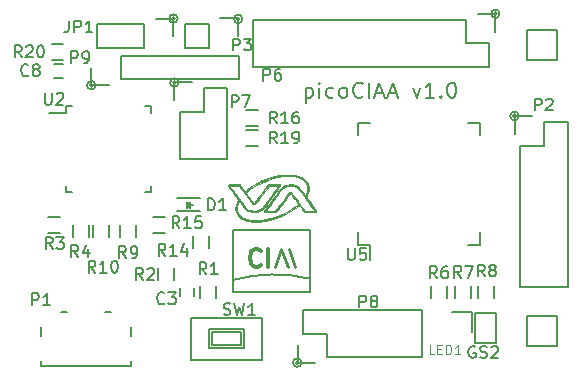
<source format=gbr>
G04 #@! TF.FileFunction,Legend,Top*
%FSLAX46Y46*%
G04 Gerber Fmt 4.6, Leading zero omitted, Abs format (unit mm)*
G04 Created by KiCad (PCBNEW 4.0.2+e4-6225~38~ubuntu14.04.1-stable) date Wed 15 Jun 2016 03:03:26 PM ART*
%MOMM*%
G01*
G04 APERTURE LIST*
%ADD10C,0.100000*%
%ADD11C,0.200000*%
%ADD12C,0.279400*%
%ADD13C,0.300000*%
%ADD14C,0.150000*%
%ADD15C,0.177800*%
%ADD16C,0.152400*%
%ADD17C,0.010000*%
%ADD18C,0.120000*%
G04 APERTURE END LIST*
D10*
D11*
X76541421Y-129750000D02*
G75*
G03X76541421Y-129750000I-141421J0D01*
G01*
X76760555Y-129750000D02*
G75*
G03X76760555Y-129750000I-360555J0D01*
G01*
X66141421Y-106050000D02*
G75*
G03X66141421Y-106050000I-141421J0D01*
G01*
X66360555Y-106050000D02*
G75*
G03X66360555Y-106050000I-360555J0D01*
G01*
X59101421Y-106270000D02*
G75*
G03X59101421Y-106270000I-141421J0D01*
G01*
X59320555Y-106270000D02*
G75*
G03X59320555Y-106270000I-360555J0D01*
G01*
X66061421Y-100620000D02*
G75*
G03X66061421Y-100620000I-141421J0D01*
G01*
X66280555Y-100620000D02*
G75*
G03X66280555Y-100620000I-360555J0D01*
G01*
X71541421Y-100650000D02*
G75*
G03X71541421Y-100650000I-141421J0D01*
G01*
X71760555Y-100650000D02*
G75*
G03X71760555Y-100650000I-360555J0D01*
G01*
X93316421Y-100225000D02*
G75*
G03X93316421Y-100225000I-141421J0D01*
G01*
X93535555Y-100225000D02*
G75*
G03X93535555Y-100225000I-360555J0D01*
G01*
X95160555Y-108875000D02*
G75*
G03X95160555Y-108875000I-360555J0D01*
G01*
X94941421Y-108875000D02*
G75*
G03X94941421Y-108875000I-141421J0D01*
G01*
D12*
X75666600Y-120106600D02*
X76200000Y-121656000D01*
D13*
X73307143Y-121485714D02*
X73235714Y-121557143D01*
X73021428Y-121628571D01*
X72878571Y-121628571D01*
X72664286Y-121557143D01*
X72521428Y-121414286D01*
X72450000Y-121271429D01*
X72378571Y-120985714D01*
X72378571Y-120771429D01*
X72450000Y-120485714D01*
X72521428Y-120342857D01*
X72664286Y-120200000D01*
X72878571Y-120128571D01*
X73021428Y-120128571D01*
X73235714Y-120200000D01*
X73307143Y-120271429D01*
X73950000Y-121628571D02*
X73950000Y-120128571D01*
D12*
X75033400Y-120100600D02*
X74500000Y-121650000D01*
X75066600Y-120106600D02*
X75600000Y-121656000D01*
D11*
X71000000Y-118550000D02*
X77500000Y-118550000D01*
X77500000Y-123750000D02*
X77500000Y-118550000D01*
X71000000Y-123750000D02*
X77400000Y-123750000D01*
X77499783Y-122649999D02*
G75*
G03X71002000Y-122741818I-3068783J-12791819D01*
G01*
X71000000Y-118550000D02*
X71000000Y-123750000D01*
X77109524Y-106471429D02*
X77109524Y-107771429D01*
X77109524Y-106533333D02*
X77233333Y-106471429D01*
X77480952Y-106471429D01*
X77604762Y-106533333D01*
X77666667Y-106595238D01*
X77728571Y-106719048D01*
X77728571Y-107090476D01*
X77666667Y-107214286D01*
X77604762Y-107276190D01*
X77480952Y-107338095D01*
X77233333Y-107338095D01*
X77109524Y-107276190D01*
X78285714Y-107338095D02*
X78285714Y-106471429D01*
X78285714Y-106038095D02*
X78223809Y-106100000D01*
X78285714Y-106161905D01*
X78347619Y-106100000D01*
X78285714Y-106038095D01*
X78285714Y-106161905D01*
X79461905Y-107276190D02*
X79338095Y-107338095D01*
X79090476Y-107338095D01*
X78966667Y-107276190D01*
X78904762Y-107214286D01*
X78842857Y-107090476D01*
X78842857Y-106719048D01*
X78904762Y-106595238D01*
X78966667Y-106533333D01*
X79090476Y-106471429D01*
X79338095Y-106471429D01*
X79461905Y-106533333D01*
X80204762Y-107338095D02*
X80080953Y-107276190D01*
X80019048Y-107214286D01*
X79957143Y-107090476D01*
X79957143Y-106719048D01*
X80019048Y-106595238D01*
X80080953Y-106533333D01*
X80204762Y-106471429D01*
X80390476Y-106471429D01*
X80514286Y-106533333D01*
X80576191Y-106595238D01*
X80638095Y-106719048D01*
X80638095Y-107090476D01*
X80576191Y-107214286D01*
X80514286Y-107276190D01*
X80390476Y-107338095D01*
X80204762Y-107338095D01*
X81938095Y-107214286D02*
X81876190Y-107276190D01*
X81690476Y-107338095D01*
X81566666Y-107338095D01*
X81380952Y-107276190D01*
X81257143Y-107152381D01*
X81195238Y-107028571D01*
X81133333Y-106780952D01*
X81133333Y-106595238D01*
X81195238Y-106347619D01*
X81257143Y-106223810D01*
X81380952Y-106100000D01*
X81566666Y-106038095D01*
X81690476Y-106038095D01*
X81876190Y-106100000D01*
X81938095Y-106161905D01*
X82495238Y-107338095D02*
X82495238Y-106038095D01*
X83052381Y-106966667D02*
X83671429Y-106966667D01*
X82928572Y-107338095D02*
X83361905Y-106038095D01*
X83795238Y-107338095D01*
X84166667Y-106966667D02*
X84785715Y-106966667D01*
X84042858Y-107338095D02*
X84476191Y-106038095D01*
X84909524Y-107338095D01*
X86209524Y-106471429D02*
X86519048Y-107338095D01*
X86828572Y-106471429D01*
X88004762Y-107338095D02*
X87261905Y-107338095D01*
X87633334Y-107338095D02*
X87633334Y-106038095D01*
X87509524Y-106223810D01*
X87385715Y-106347619D01*
X87261905Y-106409524D01*
X88561905Y-107214286D02*
X88623810Y-107276190D01*
X88561905Y-107338095D01*
X88500000Y-107276190D01*
X88561905Y-107214286D01*
X88561905Y-107338095D01*
X89428572Y-106038095D02*
X89552381Y-106038095D01*
X89676191Y-106100000D01*
X89738096Y-106161905D01*
X89800000Y-106285714D01*
X89861905Y-106533333D01*
X89861905Y-106842857D01*
X89800000Y-107090476D01*
X89738096Y-107214286D01*
X89676191Y-107276190D01*
X89552381Y-107338095D01*
X89428572Y-107338095D01*
X89304762Y-107276190D01*
X89242858Y-107214286D01*
X89180953Y-107090476D01*
X89119048Y-106842857D01*
X89119048Y-106533333D01*
X89180953Y-106285714D01*
X89242858Y-106161905D01*
X89304762Y-106100000D01*
X89428572Y-106038095D01*
D14*
X67650000Y-123400000D02*
X67650000Y-124100000D01*
X66450000Y-124100000D02*
X66450000Y-123400000D01*
X93189000Y-128070000D02*
X93189000Y-125530000D01*
X91411000Y-125530000D02*
X91411000Y-128070000D01*
X91411000Y-125530000D02*
X93189000Y-125530000D01*
X93189000Y-128070000D02*
X91411000Y-128070000D01*
X91200000Y-125450000D02*
X89500000Y-125450000D01*
X91200000Y-125450000D02*
X91200000Y-127150000D01*
D15*
X60600580Y-125501220D02*
X60100200Y-125501220D01*
X56399420Y-125501220D02*
X56899800Y-125501220D01*
X54700160Y-127500200D02*
X54700160Y-126700100D01*
X62299840Y-127500200D02*
X62299840Y-126700100D01*
X54700160Y-129999560D02*
X62299840Y-129999560D01*
X62299840Y-129999560D02*
X62299840Y-129600780D01*
X54700160Y-129999560D02*
X54700160Y-129600780D01*
D14*
X69505000Y-123250000D02*
X69505000Y-124250000D01*
X68155000Y-124250000D02*
X68155000Y-123250000D01*
X64655000Y-122750000D02*
X64655000Y-121750000D01*
X66005000Y-121750000D02*
X66005000Y-122750000D01*
X89075000Y-123300000D02*
X89075000Y-124300000D01*
X87725000Y-124300000D02*
X87725000Y-123300000D01*
X91075000Y-123300000D02*
X91075000Y-124300000D01*
X89725000Y-124300000D02*
X89725000Y-123300000D01*
X93075000Y-123300000D02*
X93075000Y-124300000D01*
X91725000Y-124300000D02*
X91725000Y-123300000D01*
X62745000Y-118090000D02*
X62745000Y-119090000D01*
X61395000Y-119090000D02*
X61395000Y-118090000D01*
X60445000Y-118090000D02*
X60445000Y-119090000D01*
X59095000Y-119090000D02*
X59095000Y-118090000D01*
X67545000Y-120010000D02*
X67545000Y-119010000D01*
X68895000Y-119010000D02*
X68895000Y-120010000D01*
X65210000Y-118745000D02*
X64210000Y-118745000D01*
X64210000Y-117395000D02*
X65210000Y-117395000D01*
X81525000Y-119775000D02*
X82575000Y-119775000D01*
X81525000Y-109425000D02*
X82575000Y-109425000D01*
X91875000Y-109425000D02*
X90825000Y-109425000D01*
X91875000Y-119775000D02*
X90825000Y-119775000D01*
X81525000Y-119775000D02*
X81525000Y-118725000D01*
X91875000Y-119775000D02*
X91875000Y-118725000D01*
X91875000Y-109425000D02*
X91875000Y-110475000D01*
X81525000Y-109425000D02*
X81525000Y-110475000D01*
X82575000Y-119775000D02*
X82575000Y-121050000D01*
D16*
X98370000Y-128370000D02*
X95830000Y-128370000D01*
X95830000Y-125830000D02*
X98370000Y-125830000D01*
X95830000Y-128370000D02*
X95830000Y-125830000D01*
X98370000Y-125830000D02*
X98370000Y-128370000D01*
X98370000Y-104170000D02*
X95830000Y-104170000D01*
X95830000Y-101630000D02*
X98370000Y-101630000D01*
X95830000Y-104170000D02*
X95830000Y-101630000D01*
X98370000Y-101630000D02*
X98370000Y-104170000D01*
D14*
X71647460Y-128297900D02*
X69147460Y-128297900D01*
X69147460Y-128297900D02*
X69147460Y-127197900D01*
X69147460Y-127197900D02*
X71647460Y-127197900D01*
X71647460Y-127197900D02*
X71647460Y-128297900D01*
X71897460Y-126947900D02*
X68897460Y-126947900D01*
X71897460Y-128547900D02*
X68897460Y-128547900D01*
X68897460Y-128547900D02*
X68897460Y-126947900D01*
X71897460Y-128547900D02*
X71897460Y-126947900D01*
X73397460Y-125997900D02*
X67397460Y-125997900D01*
X73397460Y-129497900D02*
X67397460Y-129497900D01*
X73397460Y-129497900D02*
X73397460Y-125997900D01*
X67397460Y-129497900D02*
X67397460Y-125997900D01*
X66260700Y-116950000D02*
X68160700Y-116950000D01*
X66260700Y-115850000D02*
X68160700Y-115850000D01*
X67160700Y-116400000D02*
X67610700Y-116400000D01*
X67110700Y-116150000D02*
X67110700Y-116650000D01*
X67110700Y-116400000D02*
X67360700Y-116150000D01*
X67360700Y-116150000D02*
X67360700Y-116650000D01*
X67360700Y-116650000D02*
X67110700Y-116400000D01*
X95300000Y-111375000D02*
X97300000Y-111375000D01*
X97300000Y-111375000D02*
X97300000Y-109375000D01*
X97300000Y-109375000D02*
X99300000Y-109375000D01*
X99300000Y-109375000D02*
X99300000Y-111375000D01*
X99300000Y-111375000D02*
X99300000Y-123375000D01*
X99300000Y-123375000D02*
X95300000Y-123375000D01*
X95300000Y-123375000D02*
X95300000Y-111375000D01*
X94800000Y-110375000D02*
X94800000Y-108875000D01*
X94800000Y-108875000D02*
X96300000Y-108875000D01*
X68900000Y-101100000D02*
X68900000Y-103100000D01*
X68900000Y-103100000D02*
X66900000Y-103100000D01*
X66900000Y-103100000D02*
X66900000Y-101100000D01*
X66900000Y-101100000D02*
X68900000Y-101100000D01*
X69900000Y-100600000D02*
X71400000Y-100600000D01*
X71400000Y-100600000D02*
X71400000Y-102100000D01*
X78925000Y-129300000D02*
X78925000Y-127300000D01*
X78925000Y-127300000D02*
X76925000Y-127300000D01*
X76925000Y-127300000D02*
X76925000Y-125300000D01*
X76925000Y-125300000D02*
X78925000Y-125300000D01*
X78925000Y-125300000D02*
X86925000Y-125300000D01*
X86925000Y-125300000D02*
X86925000Y-129300000D01*
X86925000Y-129300000D02*
X78925000Y-129300000D01*
X77925000Y-129800000D02*
X76425000Y-129800000D01*
X76425000Y-129800000D02*
X76425000Y-128300000D01*
X61460000Y-105770000D02*
X61460000Y-103770000D01*
X61460000Y-103770000D02*
X71460000Y-103770000D01*
X71460000Y-103770000D02*
X71460000Y-105770000D01*
X71460000Y-105770000D02*
X61460000Y-105770000D01*
X60460000Y-106270000D02*
X58960000Y-106270000D01*
X58960000Y-106270000D02*
X58960000Y-104770000D01*
X56330000Y-118765000D02*
X55330000Y-118765000D01*
X55330000Y-117415000D02*
X56330000Y-117415000D01*
X57415000Y-119090000D02*
X57415000Y-118090000D01*
X58765000Y-118090000D02*
X58765000Y-119090000D01*
X56795000Y-108065000D02*
X56795000Y-108590000D01*
X64045000Y-108065000D02*
X64045000Y-108590000D01*
X64045000Y-115315000D02*
X64045000Y-114790000D01*
X56795000Y-115315000D02*
X56795000Y-114790000D01*
X56795000Y-108065000D02*
X57320000Y-108065000D01*
X56795000Y-115315000D02*
X57320000Y-115315000D01*
X64045000Y-115315000D02*
X63520000Y-115315000D01*
X64045000Y-108065000D02*
X63520000Y-108065000D01*
X56795000Y-108590000D02*
X55420000Y-108590000D01*
X63420000Y-101120000D02*
X63420000Y-103120000D01*
X63420000Y-103120000D02*
X59420000Y-103120000D01*
X59420000Y-103120000D02*
X59420000Y-101120000D01*
X59420000Y-101120000D02*
X63420000Y-101120000D01*
X64420000Y-100620000D02*
X65920000Y-100620000D01*
X65920000Y-100620000D02*
X65920000Y-102120000D01*
X90675000Y-100725000D02*
X90675000Y-102725000D01*
X90675000Y-102725000D02*
X92675000Y-102725000D01*
X92675000Y-102725000D02*
X92675000Y-104725000D01*
X92675000Y-104725000D02*
X90675000Y-104725000D01*
X90675000Y-104725000D02*
X72675000Y-104725000D01*
X72675000Y-104725000D02*
X72675000Y-100725000D01*
X72675000Y-100725000D02*
X90675000Y-100725000D01*
X91675000Y-100225000D02*
X93175000Y-100225000D01*
X93175000Y-100225000D02*
X93175000Y-101725000D01*
X66475000Y-108525000D02*
X68475000Y-108525000D01*
X68475000Y-108525000D02*
X68475000Y-106525000D01*
X68475000Y-106525000D02*
X70475000Y-106525000D01*
X70475000Y-106525000D02*
X70475000Y-108525000D01*
X70475000Y-108525000D02*
X70475000Y-112525000D01*
X70475000Y-112525000D02*
X66475000Y-112525000D01*
X66475000Y-112525000D02*
X66475000Y-108525000D01*
X65975000Y-107525000D02*
X65975000Y-106025000D01*
X65975000Y-106025000D02*
X67475000Y-106025000D01*
X72100000Y-108375000D02*
X73100000Y-108375000D01*
X73100000Y-109725000D02*
X72100000Y-109725000D01*
X73100000Y-111425000D02*
X72100000Y-111425000D01*
X72100000Y-110075000D02*
X73100000Y-110075000D01*
X55600000Y-102775000D02*
X56600000Y-102775000D01*
X56600000Y-104125000D02*
X55600000Y-104125000D01*
X55850000Y-104450000D02*
X56550000Y-104450000D01*
X56550000Y-105650000D02*
X55850000Y-105650000D01*
D17*
G36*
X75902973Y-113841229D02*
X76181208Y-113874778D01*
X76437876Y-113928756D01*
X76663252Y-114001690D01*
X76801618Y-114065617D01*
X76930372Y-114149425D01*
X77060148Y-114258104D01*
X77176366Y-114377752D01*
X77264444Y-114494466D01*
X77280905Y-114522560D01*
X77350181Y-114700885D01*
X77379599Y-114902609D01*
X77369312Y-115119829D01*
X77319475Y-115344643D01*
X77261911Y-115500515D01*
X77219782Y-115599946D01*
X77196300Y-115665008D01*
X77189384Y-115707709D01*
X77196952Y-115740059D01*
X77214984Y-115771108D01*
X77240974Y-115808763D01*
X77292303Y-115881287D01*
X77364492Y-115982422D01*
X77453062Y-116105909D01*
X77553535Y-116245488D01*
X77647963Y-116376273D01*
X77759175Y-116532146D01*
X77855738Y-116671550D01*
X77934314Y-116789386D01*
X77991565Y-116880554D01*
X78024152Y-116939955D01*
X78030423Y-116960473D01*
X78023198Y-116975580D01*
X78003725Y-116986981D01*
X77965408Y-116995335D01*
X77901648Y-117001297D01*
X77805850Y-117005525D01*
X77671416Y-117008675D01*
X77523063Y-117010979D01*
X77346693Y-117012840D01*
X77214334Y-117012630D01*
X77119223Y-117009951D01*
X77054600Y-117004409D01*
X77013702Y-116995605D01*
X76989767Y-116983146D01*
X76985736Y-116979508D01*
X76956381Y-116944649D01*
X76904739Y-116878020D01*
X76838075Y-116789169D01*
X76763655Y-116687647D01*
X76763098Y-116686879D01*
X76691620Y-116589819D01*
X76630602Y-116509896D01*
X76586225Y-116455000D01*
X76564670Y-116433023D01*
X76564155Y-116432921D01*
X76539177Y-116447996D01*
X76484670Y-116488075D01*
X76410344Y-116545896D01*
X76371700Y-116576835D01*
X75973734Y-116867399D01*
X75541690Y-117125904D01*
X75083147Y-117349362D01*
X74605688Y-117534784D01*
X74116894Y-117679181D01*
X73624345Y-117779566D01*
X73195279Y-117829018D01*
X73066577Y-117838013D01*
X72956899Y-117845142D01*
X72875753Y-117849828D01*
X72832645Y-117851492D01*
X72828400Y-117851284D01*
X72799178Y-117847771D01*
X72731101Y-117841018D01*
X72635921Y-117832166D01*
X72574400Y-117826648D01*
X72364248Y-117797787D01*
X72148870Y-117750061D01*
X71945487Y-117688155D01*
X71771320Y-117616755D01*
X71734975Y-117598297D01*
X71539823Y-117468629D01*
X71382764Y-117310461D01*
X71266302Y-117128883D01*
X71192944Y-116928988D01*
X71168854Y-116743960D01*
X71286843Y-116743960D01*
X71318797Y-116934562D01*
X71396697Y-117110008D01*
X71518663Y-117267966D01*
X71682815Y-117406104D01*
X71887274Y-117522092D01*
X72130160Y-117613596D01*
X72179050Y-117627626D01*
X72355658Y-117669198D01*
X72535799Y-117696576D01*
X72729711Y-117710302D01*
X72947634Y-117710918D01*
X73199809Y-117698965D01*
X73336400Y-117688893D01*
X73728546Y-117636891D01*
X74137445Y-117544641D01*
X74554253Y-117415776D01*
X74970125Y-117253927D01*
X75376217Y-117062728D01*
X75763687Y-116845810D01*
X76123690Y-116606805D01*
X76302571Y-116470628D01*
X76382218Y-116404312D01*
X76443030Y-116348778D01*
X76476564Y-116311994D01*
X76480371Y-116302764D01*
X76463766Y-116277212D01*
X76421458Y-116217272D01*
X76358054Y-116129322D01*
X76278161Y-116019740D01*
X76186386Y-115894907D01*
X76161173Y-115860776D01*
X76041393Y-115701298D01*
X75947645Y-115582274D01*
X75878160Y-115501641D01*
X75831172Y-115457336D01*
X75806468Y-115446851D01*
X75782123Y-115468509D01*
X75731412Y-115526596D01*
X75657951Y-115616532D01*
X75565356Y-115733736D01*
X75457243Y-115873628D01*
X75337228Y-116031627D01*
X75208927Y-116203154D01*
X75201561Y-116213079D01*
X75072980Y-116385745D01*
X74952843Y-116545804D01*
X74844733Y-116688576D01*
X74752233Y-116809384D01*
X74678926Y-116903551D01*
X74628393Y-116966399D01*
X74604219Y-116993251D01*
X74603767Y-116993564D01*
X74568047Y-117000699D01*
X74490216Y-117006942D01*
X74378957Y-117011902D01*
X74242956Y-117015189D01*
X74095160Y-117016411D01*
X73909204Y-117015718D01*
X73769276Y-117012244D01*
X73670615Y-117004413D01*
X73608463Y-116990649D01*
X73578060Y-116969377D01*
X73574649Y-116939021D01*
X73593468Y-116898005D01*
X73608768Y-116875101D01*
X73768200Y-116875101D01*
X73792153Y-116880160D01*
X73858229Y-116884466D01*
X73957752Y-116887693D01*
X74082048Y-116889515D01*
X74158426Y-116889800D01*
X74548652Y-116889800D01*
X75114871Y-116125457D01*
X75244819Y-115951453D01*
X75367480Y-115789896D01*
X75479119Y-115645504D01*
X75576001Y-115522997D01*
X75654391Y-115427095D01*
X75710553Y-115362517D01*
X75740752Y-115333982D01*
X75741669Y-115333514D01*
X75776703Y-115320199D01*
X75810447Y-115316029D01*
X75846191Y-115324396D01*
X75887224Y-115348691D01*
X75936837Y-115392306D01*
X75998318Y-115458635D01*
X76074957Y-115551068D01*
X76170044Y-115672998D01*
X76286868Y-115827818D01*
X76428719Y-116018919D01*
X76499955Y-116115433D01*
X77061594Y-116877100D01*
X77449874Y-116884127D01*
X77599425Y-116886237D01*
X77704956Y-116885911D01*
X77773214Y-116882608D01*
X77810942Y-116875783D01*
X77824886Y-116864895D01*
X77823902Y-116854013D01*
X77806446Y-116826172D01*
X77762294Y-116761585D01*
X77694554Y-116664643D01*
X77606337Y-116539738D01*
X77500752Y-116391259D01*
X77380906Y-116223600D01*
X77249911Y-116041150D01*
X77159323Y-115915412D01*
X76993042Y-115685297D01*
X76852769Y-115492772D01*
X76734963Y-115334101D01*
X76636084Y-115205552D01*
X76552590Y-115103391D01*
X76480943Y-115023884D01*
X76417600Y-114963297D01*
X76359022Y-114917897D01*
X76301668Y-114883951D01*
X76241997Y-114857724D01*
X76176470Y-114835482D01*
X76119214Y-114818557D01*
X76008775Y-114794168D01*
X75888171Y-114784261D01*
X75737821Y-114787241D01*
X75736001Y-114787336D01*
X75520004Y-114814676D01*
X75340440Y-114873292D01*
X75192292Y-114965089D01*
X75137603Y-115014627D01*
X75108158Y-115049403D01*
X75053956Y-115118513D01*
X74978699Y-115216931D01*
X74886088Y-115339627D01*
X74779823Y-115481574D01*
X74663606Y-115637743D01*
X74541138Y-115803106D01*
X74416120Y-115972635D01*
X74292254Y-116141301D01*
X74173239Y-116304076D01*
X74062778Y-116455931D01*
X73964571Y-116591839D01*
X73882319Y-116706771D01*
X73819724Y-116795698D01*
X73780487Y-116853593D01*
X73768200Y-116875101D01*
X73608768Y-116875101D01*
X73619562Y-116858945D01*
X73763524Y-116657573D01*
X73914775Y-116448215D01*
X74069911Y-116235411D01*
X74225530Y-116023698D01*
X74378227Y-115817615D01*
X74524599Y-115621700D01*
X74661243Y-115440492D01*
X74784754Y-115278528D01*
X74891731Y-115140348D01*
X74978768Y-115030489D01*
X75042463Y-114953490D01*
X75075715Y-114917260D01*
X75222206Y-114802391D01*
X75386382Y-114723535D01*
X75578577Y-114676483D01*
X75700796Y-114662570D01*
X75954147Y-114665284D01*
X76189363Y-114713162D01*
X76357986Y-114781614D01*
X76441439Y-114827969D01*
X76515001Y-114879631D01*
X76586071Y-114944117D01*
X76662047Y-115028944D01*
X76750328Y-115141630D01*
X76858314Y-115289693D01*
X76859021Y-115290681D01*
X76933406Y-115392120D01*
X76998416Y-115475895D01*
X77048024Y-115534597D01*
X77076205Y-115560816D01*
X77079193Y-115561429D01*
X77104709Y-115532466D01*
X77137641Y-115466897D01*
X77173218Y-115377431D01*
X77206668Y-115276779D01*
X77233221Y-115177651D01*
X77244267Y-115121663D01*
X77255687Y-114909668D01*
X77220507Y-114715282D01*
X77140247Y-114539827D01*
X77016425Y-114384623D01*
X76850559Y-114250992D01*
X76644168Y-114140256D01*
X76398772Y-114053735D01*
X76115888Y-113992750D01*
X75918189Y-113967950D01*
X75556935Y-113955374D01*
X75172908Y-113981633D01*
X74773080Y-114044379D01*
X74364425Y-114141266D01*
X73953916Y-114269950D01*
X73548526Y-114428083D01*
X73155228Y-114613320D01*
X72780995Y-114823315D01*
X72432801Y-115055722D01*
X72237850Y-115206120D01*
X72161023Y-115270696D01*
X72102260Y-115323565D01*
X72070552Y-115356483D01*
X72067461Y-115362331D01*
X72082869Y-115390964D01*
X72123997Y-115451983D01*
X72185155Y-115537846D01*
X72260654Y-115641014D01*
X72344804Y-115753947D01*
X72431915Y-115869103D01*
X72516299Y-115978942D01*
X72592265Y-116075924D01*
X72654123Y-116152509D01*
X72696185Y-116201155D01*
X72710268Y-116214253D01*
X72722774Y-116222588D01*
X72733823Y-116228465D01*
X72746286Y-116228441D01*
X72763037Y-116219069D01*
X72786949Y-116196905D01*
X72820895Y-116158503D01*
X72867749Y-116100418D01*
X72930383Y-116019205D01*
X73011670Y-115911419D01*
X73114483Y-115773614D01*
X73241696Y-115602346D01*
X73396182Y-115394169D01*
X73412527Y-115372150D01*
X73945220Y-114654600D01*
X74454407Y-114654600D01*
X74632150Y-114655159D01*
X74765299Y-114657127D01*
X74860050Y-114660941D01*
X74922600Y-114667036D01*
X74959145Y-114675850D01*
X74975882Y-114687817D01*
X74977733Y-114691446D01*
X74965976Y-114718448D01*
X74927303Y-114781324D01*
X74865199Y-114875249D01*
X74783148Y-114995395D01*
X74684634Y-115136937D01*
X74573140Y-115295049D01*
X74452150Y-115464903D01*
X74325148Y-115641674D01*
X74195617Y-115820536D01*
X74067042Y-115996661D01*
X73942907Y-116165225D01*
X73826694Y-116321400D01*
X73721889Y-116460360D01*
X73631974Y-116577279D01*
X73560433Y-116667330D01*
X73510751Y-116725688D01*
X73504662Y-116732180D01*
X73355155Y-116852756D01*
X73174858Y-116940807D01*
X72972876Y-116995258D01*
X72758316Y-117015031D01*
X72540283Y-116999051D01*
X72327883Y-116946241D01*
X72189204Y-116887682D01*
X72102955Y-116839872D01*
X72026859Y-116786085D01*
X71953455Y-116718717D01*
X71875281Y-116630161D01*
X71784875Y-116512812D01*
X71685400Y-116374185D01*
X71612597Y-116273893D01*
X71548602Y-116191618D01*
X71499607Y-116134907D01*
X71471806Y-116111304D01*
X71469500Y-116111164D01*
X71444536Y-116139516D01*
X71411534Y-116204526D01*
X71375340Y-116293714D01*
X71340803Y-116394599D01*
X71312770Y-116494700D01*
X71302713Y-116540532D01*
X71286843Y-116743960D01*
X71168854Y-116743960D01*
X71165196Y-116715865D01*
X71185563Y-116494607D01*
X71187387Y-116485789D01*
X71219821Y-116362190D01*
X71264211Y-116229947D01*
X71303745Y-116133930D01*
X71339307Y-116049152D01*
X71360604Y-115980532D01*
X71363330Y-115942146D01*
X71362767Y-115941040D01*
X71343831Y-115913505D01*
X71299164Y-115850322D01*
X71232740Y-115757055D01*
X71148530Y-115639270D01*
X71050506Y-115502529D01*
X70942641Y-115352397D01*
X70929266Y-115333803D01*
X70811671Y-115168381D01*
X70710017Y-115021460D01*
X70627289Y-114897601D01*
X70568903Y-114805210D01*
X70728489Y-114805210D01*
X70729652Y-114820396D01*
X70751421Y-114858413D01*
X70799823Y-114931602D01*
X70871008Y-115034714D01*
X70961127Y-115162498D01*
X71066327Y-115309704D01*
X71182759Y-115471081D01*
X71306573Y-115641380D01*
X71433918Y-115815349D01*
X71560943Y-115987740D01*
X71683799Y-116153302D01*
X71798634Y-116306784D01*
X71901599Y-116442936D01*
X71988842Y-116556509D01*
X72056514Y-116642251D01*
X72100764Y-116694914D01*
X72114138Y-116708199D01*
X72264471Y-116794832D01*
X72445970Y-116853919D01*
X72646093Y-116883809D01*
X72852302Y-116882855D01*
X73052058Y-116849407D01*
X73094943Y-116837201D01*
X73248782Y-116773967D01*
X73372686Y-116685529D01*
X73376884Y-116681689D01*
X73407861Y-116646933D01*
X73463758Y-116577835D01*
X73540865Y-116479378D01*
X73635468Y-116356541D01*
X73743856Y-116214305D01*
X73862315Y-116057650D01*
X73987135Y-115891556D01*
X74114603Y-115721003D01*
X74241006Y-115550973D01*
X74362633Y-115386444D01*
X74475771Y-115232397D01*
X74576707Y-115093813D01*
X74661731Y-114975672D01*
X74727128Y-114882954D01*
X74769188Y-114820640D01*
X74784199Y-114793709D01*
X74784200Y-114793649D01*
X74760244Y-114789508D01*
X74694152Y-114785982D01*
X74594586Y-114783336D01*
X74470210Y-114781838D01*
X74392804Y-114781600D01*
X74001409Y-114781600D01*
X73426890Y-115554438D01*
X73276096Y-115756720D01*
X73152029Y-115921635D01*
X73051589Y-116052936D01*
X72971673Y-116154377D01*
X72909179Y-116229710D01*
X72861005Y-116282688D01*
X72824049Y-116317064D01*
X72795210Y-116336591D01*
X72773841Y-116344525D01*
X72692498Y-116345597D01*
X72633218Y-116314636D01*
X72604106Y-116283645D01*
X72549010Y-116216533D01*
X72471774Y-116118299D01*
X72376241Y-115993943D01*
X72266256Y-115848463D01*
X72145663Y-115686860D01*
X72030602Y-115530900D01*
X71490081Y-114794300D01*
X71102163Y-114787272D01*
X70953648Y-114785074D01*
X70848965Y-114785152D01*
X70781172Y-114788122D01*
X70743327Y-114794603D01*
X70728489Y-114805210D01*
X70568903Y-114805210D01*
X70566475Y-114801369D01*
X70530562Y-114737324D01*
X70521864Y-114711503D01*
X70528978Y-114696112D01*
X70548032Y-114684531D01*
X70585687Y-114676078D01*
X70648610Y-114670072D01*
X70743462Y-114665832D01*
X70876909Y-114662677D01*
X71022052Y-114660390D01*
X71209519Y-114658774D01*
X71351126Y-114660034D01*
X71451744Y-114664395D01*
X71516246Y-114672082D01*
X71549503Y-114683320D01*
X71551524Y-114684833D01*
X71581013Y-114717020D01*
X71632745Y-114780911D01*
X71699231Y-114867020D01*
X71767529Y-114958442D01*
X71839147Y-115055347D01*
X71900715Y-115137832D01*
X71945476Y-115196899D01*
X71966306Y-115223157D01*
X71993602Y-115218039D01*
X72050186Y-115185658D01*
X72126747Y-115131775D01*
X72176343Y-115093178D01*
X72571877Y-114805433D01*
X73002153Y-114548504D01*
X73459328Y-114325514D01*
X73935554Y-114139588D01*
X74422988Y-113993848D01*
X74913784Y-113891418D01*
X75320712Y-113841312D01*
X75612899Y-113829583D01*
X75902973Y-113841229D01*
X75902973Y-113841229D01*
G37*
X75902973Y-113841229D02*
X76181208Y-113874778D01*
X76437876Y-113928756D01*
X76663252Y-114001690D01*
X76801618Y-114065617D01*
X76930372Y-114149425D01*
X77060148Y-114258104D01*
X77176366Y-114377752D01*
X77264444Y-114494466D01*
X77280905Y-114522560D01*
X77350181Y-114700885D01*
X77379599Y-114902609D01*
X77369312Y-115119829D01*
X77319475Y-115344643D01*
X77261911Y-115500515D01*
X77219782Y-115599946D01*
X77196300Y-115665008D01*
X77189384Y-115707709D01*
X77196952Y-115740059D01*
X77214984Y-115771108D01*
X77240974Y-115808763D01*
X77292303Y-115881287D01*
X77364492Y-115982422D01*
X77453062Y-116105909D01*
X77553535Y-116245488D01*
X77647963Y-116376273D01*
X77759175Y-116532146D01*
X77855738Y-116671550D01*
X77934314Y-116789386D01*
X77991565Y-116880554D01*
X78024152Y-116939955D01*
X78030423Y-116960473D01*
X78023198Y-116975580D01*
X78003725Y-116986981D01*
X77965408Y-116995335D01*
X77901648Y-117001297D01*
X77805850Y-117005525D01*
X77671416Y-117008675D01*
X77523063Y-117010979D01*
X77346693Y-117012840D01*
X77214334Y-117012630D01*
X77119223Y-117009951D01*
X77054600Y-117004409D01*
X77013702Y-116995605D01*
X76989767Y-116983146D01*
X76985736Y-116979508D01*
X76956381Y-116944649D01*
X76904739Y-116878020D01*
X76838075Y-116789169D01*
X76763655Y-116687647D01*
X76763098Y-116686879D01*
X76691620Y-116589819D01*
X76630602Y-116509896D01*
X76586225Y-116455000D01*
X76564670Y-116433023D01*
X76564155Y-116432921D01*
X76539177Y-116447996D01*
X76484670Y-116488075D01*
X76410344Y-116545896D01*
X76371700Y-116576835D01*
X75973734Y-116867399D01*
X75541690Y-117125904D01*
X75083147Y-117349362D01*
X74605688Y-117534784D01*
X74116894Y-117679181D01*
X73624345Y-117779566D01*
X73195279Y-117829018D01*
X73066577Y-117838013D01*
X72956899Y-117845142D01*
X72875753Y-117849828D01*
X72832645Y-117851492D01*
X72828400Y-117851284D01*
X72799178Y-117847771D01*
X72731101Y-117841018D01*
X72635921Y-117832166D01*
X72574400Y-117826648D01*
X72364248Y-117797787D01*
X72148870Y-117750061D01*
X71945487Y-117688155D01*
X71771320Y-117616755D01*
X71734975Y-117598297D01*
X71539823Y-117468629D01*
X71382764Y-117310461D01*
X71266302Y-117128883D01*
X71192944Y-116928988D01*
X71168854Y-116743960D01*
X71286843Y-116743960D01*
X71318797Y-116934562D01*
X71396697Y-117110008D01*
X71518663Y-117267966D01*
X71682815Y-117406104D01*
X71887274Y-117522092D01*
X72130160Y-117613596D01*
X72179050Y-117627626D01*
X72355658Y-117669198D01*
X72535799Y-117696576D01*
X72729711Y-117710302D01*
X72947634Y-117710918D01*
X73199809Y-117698965D01*
X73336400Y-117688893D01*
X73728546Y-117636891D01*
X74137445Y-117544641D01*
X74554253Y-117415776D01*
X74970125Y-117253927D01*
X75376217Y-117062728D01*
X75763687Y-116845810D01*
X76123690Y-116606805D01*
X76302571Y-116470628D01*
X76382218Y-116404312D01*
X76443030Y-116348778D01*
X76476564Y-116311994D01*
X76480371Y-116302764D01*
X76463766Y-116277212D01*
X76421458Y-116217272D01*
X76358054Y-116129322D01*
X76278161Y-116019740D01*
X76186386Y-115894907D01*
X76161173Y-115860776D01*
X76041393Y-115701298D01*
X75947645Y-115582274D01*
X75878160Y-115501641D01*
X75831172Y-115457336D01*
X75806468Y-115446851D01*
X75782123Y-115468509D01*
X75731412Y-115526596D01*
X75657951Y-115616532D01*
X75565356Y-115733736D01*
X75457243Y-115873628D01*
X75337228Y-116031627D01*
X75208927Y-116203154D01*
X75201561Y-116213079D01*
X75072980Y-116385745D01*
X74952843Y-116545804D01*
X74844733Y-116688576D01*
X74752233Y-116809384D01*
X74678926Y-116903551D01*
X74628393Y-116966399D01*
X74604219Y-116993251D01*
X74603767Y-116993564D01*
X74568047Y-117000699D01*
X74490216Y-117006942D01*
X74378957Y-117011902D01*
X74242956Y-117015189D01*
X74095160Y-117016411D01*
X73909204Y-117015718D01*
X73769276Y-117012244D01*
X73670615Y-117004413D01*
X73608463Y-116990649D01*
X73578060Y-116969377D01*
X73574649Y-116939021D01*
X73593468Y-116898005D01*
X73608768Y-116875101D01*
X73768200Y-116875101D01*
X73792153Y-116880160D01*
X73858229Y-116884466D01*
X73957752Y-116887693D01*
X74082048Y-116889515D01*
X74158426Y-116889800D01*
X74548652Y-116889800D01*
X75114871Y-116125457D01*
X75244819Y-115951453D01*
X75367480Y-115789896D01*
X75479119Y-115645504D01*
X75576001Y-115522997D01*
X75654391Y-115427095D01*
X75710553Y-115362517D01*
X75740752Y-115333982D01*
X75741669Y-115333514D01*
X75776703Y-115320199D01*
X75810447Y-115316029D01*
X75846191Y-115324396D01*
X75887224Y-115348691D01*
X75936837Y-115392306D01*
X75998318Y-115458635D01*
X76074957Y-115551068D01*
X76170044Y-115672998D01*
X76286868Y-115827818D01*
X76428719Y-116018919D01*
X76499955Y-116115433D01*
X77061594Y-116877100D01*
X77449874Y-116884127D01*
X77599425Y-116886237D01*
X77704956Y-116885911D01*
X77773214Y-116882608D01*
X77810942Y-116875783D01*
X77824886Y-116864895D01*
X77823902Y-116854013D01*
X77806446Y-116826172D01*
X77762294Y-116761585D01*
X77694554Y-116664643D01*
X77606337Y-116539738D01*
X77500752Y-116391259D01*
X77380906Y-116223600D01*
X77249911Y-116041150D01*
X77159323Y-115915412D01*
X76993042Y-115685297D01*
X76852769Y-115492772D01*
X76734963Y-115334101D01*
X76636084Y-115205552D01*
X76552590Y-115103391D01*
X76480943Y-115023884D01*
X76417600Y-114963297D01*
X76359022Y-114917897D01*
X76301668Y-114883951D01*
X76241997Y-114857724D01*
X76176470Y-114835482D01*
X76119214Y-114818557D01*
X76008775Y-114794168D01*
X75888171Y-114784261D01*
X75737821Y-114787241D01*
X75736001Y-114787336D01*
X75520004Y-114814676D01*
X75340440Y-114873292D01*
X75192292Y-114965089D01*
X75137603Y-115014627D01*
X75108158Y-115049403D01*
X75053956Y-115118513D01*
X74978699Y-115216931D01*
X74886088Y-115339627D01*
X74779823Y-115481574D01*
X74663606Y-115637743D01*
X74541138Y-115803106D01*
X74416120Y-115972635D01*
X74292254Y-116141301D01*
X74173239Y-116304076D01*
X74062778Y-116455931D01*
X73964571Y-116591839D01*
X73882319Y-116706771D01*
X73819724Y-116795698D01*
X73780487Y-116853593D01*
X73768200Y-116875101D01*
X73608768Y-116875101D01*
X73619562Y-116858945D01*
X73763524Y-116657573D01*
X73914775Y-116448215D01*
X74069911Y-116235411D01*
X74225530Y-116023698D01*
X74378227Y-115817615D01*
X74524599Y-115621700D01*
X74661243Y-115440492D01*
X74784754Y-115278528D01*
X74891731Y-115140348D01*
X74978768Y-115030489D01*
X75042463Y-114953490D01*
X75075715Y-114917260D01*
X75222206Y-114802391D01*
X75386382Y-114723535D01*
X75578577Y-114676483D01*
X75700796Y-114662570D01*
X75954147Y-114665284D01*
X76189363Y-114713162D01*
X76357986Y-114781614D01*
X76441439Y-114827969D01*
X76515001Y-114879631D01*
X76586071Y-114944117D01*
X76662047Y-115028944D01*
X76750328Y-115141630D01*
X76858314Y-115289693D01*
X76859021Y-115290681D01*
X76933406Y-115392120D01*
X76998416Y-115475895D01*
X77048024Y-115534597D01*
X77076205Y-115560816D01*
X77079193Y-115561429D01*
X77104709Y-115532466D01*
X77137641Y-115466897D01*
X77173218Y-115377431D01*
X77206668Y-115276779D01*
X77233221Y-115177651D01*
X77244267Y-115121663D01*
X77255687Y-114909668D01*
X77220507Y-114715282D01*
X77140247Y-114539827D01*
X77016425Y-114384623D01*
X76850559Y-114250992D01*
X76644168Y-114140256D01*
X76398772Y-114053735D01*
X76115888Y-113992750D01*
X75918189Y-113967950D01*
X75556935Y-113955374D01*
X75172908Y-113981633D01*
X74773080Y-114044379D01*
X74364425Y-114141266D01*
X73953916Y-114269950D01*
X73548526Y-114428083D01*
X73155228Y-114613320D01*
X72780995Y-114823315D01*
X72432801Y-115055722D01*
X72237850Y-115206120D01*
X72161023Y-115270696D01*
X72102260Y-115323565D01*
X72070552Y-115356483D01*
X72067461Y-115362331D01*
X72082869Y-115390964D01*
X72123997Y-115451983D01*
X72185155Y-115537846D01*
X72260654Y-115641014D01*
X72344804Y-115753947D01*
X72431915Y-115869103D01*
X72516299Y-115978942D01*
X72592265Y-116075924D01*
X72654123Y-116152509D01*
X72696185Y-116201155D01*
X72710268Y-116214253D01*
X72722774Y-116222588D01*
X72733823Y-116228465D01*
X72746286Y-116228441D01*
X72763037Y-116219069D01*
X72786949Y-116196905D01*
X72820895Y-116158503D01*
X72867749Y-116100418D01*
X72930383Y-116019205D01*
X73011670Y-115911419D01*
X73114483Y-115773614D01*
X73241696Y-115602346D01*
X73396182Y-115394169D01*
X73412527Y-115372150D01*
X73945220Y-114654600D01*
X74454407Y-114654600D01*
X74632150Y-114655159D01*
X74765299Y-114657127D01*
X74860050Y-114660941D01*
X74922600Y-114667036D01*
X74959145Y-114675850D01*
X74975882Y-114687817D01*
X74977733Y-114691446D01*
X74965976Y-114718448D01*
X74927303Y-114781324D01*
X74865199Y-114875249D01*
X74783148Y-114995395D01*
X74684634Y-115136937D01*
X74573140Y-115295049D01*
X74452150Y-115464903D01*
X74325148Y-115641674D01*
X74195617Y-115820536D01*
X74067042Y-115996661D01*
X73942907Y-116165225D01*
X73826694Y-116321400D01*
X73721889Y-116460360D01*
X73631974Y-116577279D01*
X73560433Y-116667330D01*
X73510751Y-116725688D01*
X73504662Y-116732180D01*
X73355155Y-116852756D01*
X73174858Y-116940807D01*
X72972876Y-116995258D01*
X72758316Y-117015031D01*
X72540283Y-116999051D01*
X72327883Y-116946241D01*
X72189204Y-116887682D01*
X72102955Y-116839872D01*
X72026859Y-116786085D01*
X71953455Y-116718717D01*
X71875281Y-116630161D01*
X71784875Y-116512812D01*
X71685400Y-116374185D01*
X71612597Y-116273893D01*
X71548602Y-116191618D01*
X71499607Y-116134907D01*
X71471806Y-116111304D01*
X71469500Y-116111164D01*
X71444536Y-116139516D01*
X71411534Y-116204526D01*
X71375340Y-116293714D01*
X71340803Y-116394599D01*
X71312770Y-116494700D01*
X71302713Y-116540532D01*
X71286843Y-116743960D01*
X71168854Y-116743960D01*
X71165196Y-116715865D01*
X71185563Y-116494607D01*
X71187387Y-116485789D01*
X71219821Y-116362190D01*
X71264211Y-116229947D01*
X71303745Y-116133930D01*
X71339307Y-116049152D01*
X71360604Y-115980532D01*
X71363330Y-115942146D01*
X71362767Y-115941040D01*
X71343831Y-115913505D01*
X71299164Y-115850322D01*
X71232740Y-115757055D01*
X71148530Y-115639270D01*
X71050506Y-115502529D01*
X70942641Y-115352397D01*
X70929266Y-115333803D01*
X70811671Y-115168381D01*
X70710017Y-115021460D01*
X70627289Y-114897601D01*
X70568903Y-114805210D01*
X70728489Y-114805210D01*
X70729652Y-114820396D01*
X70751421Y-114858413D01*
X70799823Y-114931602D01*
X70871008Y-115034714D01*
X70961127Y-115162498D01*
X71066327Y-115309704D01*
X71182759Y-115471081D01*
X71306573Y-115641380D01*
X71433918Y-115815349D01*
X71560943Y-115987740D01*
X71683799Y-116153302D01*
X71798634Y-116306784D01*
X71901599Y-116442936D01*
X71988842Y-116556509D01*
X72056514Y-116642251D01*
X72100764Y-116694914D01*
X72114138Y-116708199D01*
X72264471Y-116794832D01*
X72445970Y-116853919D01*
X72646093Y-116883809D01*
X72852302Y-116882855D01*
X73052058Y-116849407D01*
X73094943Y-116837201D01*
X73248782Y-116773967D01*
X73372686Y-116685529D01*
X73376884Y-116681689D01*
X73407861Y-116646933D01*
X73463758Y-116577835D01*
X73540865Y-116479378D01*
X73635468Y-116356541D01*
X73743856Y-116214305D01*
X73862315Y-116057650D01*
X73987135Y-115891556D01*
X74114603Y-115721003D01*
X74241006Y-115550973D01*
X74362633Y-115386444D01*
X74475771Y-115232397D01*
X74576707Y-115093813D01*
X74661731Y-114975672D01*
X74727128Y-114882954D01*
X74769188Y-114820640D01*
X74784199Y-114793709D01*
X74784200Y-114793649D01*
X74760244Y-114789508D01*
X74694152Y-114785982D01*
X74594586Y-114783336D01*
X74470210Y-114781838D01*
X74392804Y-114781600D01*
X74001409Y-114781600D01*
X73426890Y-115554438D01*
X73276096Y-115756720D01*
X73152029Y-115921635D01*
X73051589Y-116052936D01*
X72971673Y-116154377D01*
X72909179Y-116229710D01*
X72861005Y-116282688D01*
X72824049Y-116317064D01*
X72795210Y-116336591D01*
X72773841Y-116344525D01*
X72692498Y-116345597D01*
X72633218Y-116314636D01*
X72604106Y-116283645D01*
X72549010Y-116216533D01*
X72471774Y-116118299D01*
X72376241Y-115993943D01*
X72266256Y-115848463D01*
X72145663Y-115686860D01*
X72030602Y-115530900D01*
X71490081Y-114794300D01*
X71102163Y-114787272D01*
X70953648Y-114785074D01*
X70848965Y-114785152D01*
X70781172Y-114788122D01*
X70743327Y-114794603D01*
X70728489Y-114805210D01*
X70568903Y-114805210D01*
X70566475Y-114801369D01*
X70530562Y-114737324D01*
X70521864Y-114711503D01*
X70528978Y-114696112D01*
X70548032Y-114684531D01*
X70585687Y-114676078D01*
X70648610Y-114670072D01*
X70743462Y-114665832D01*
X70876909Y-114662677D01*
X71022052Y-114660390D01*
X71209519Y-114658774D01*
X71351126Y-114660034D01*
X71451744Y-114664395D01*
X71516246Y-114672082D01*
X71549503Y-114683320D01*
X71551524Y-114684833D01*
X71581013Y-114717020D01*
X71632745Y-114780911D01*
X71699231Y-114867020D01*
X71767529Y-114958442D01*
X71839147Y-115055347D01*
X71900715Y-115137832D01*
X71945476Y-115196899D01*
X71966306Y-115223157D01*
X71993602Y-115218039D01*
X72050186Y-115185658D01*
X72126747Y-115131775D01*
X72176343Y-115093178D01*
X72571877Y-114805433D01*
X73002153Y-114548504D01*
X73459328Y-114325514D01*
X73935554Y-114139588D01*
X74422988Y-113993848D01*
X74913784Y-113891418D01*
X75320712Y-113841312D01*
X75612899Y-113829583D01*
X75902973Y-113841229D01*
D14*
X65158334Y-124707143D02*
X65110715Y-124754762D01*
X64967858Y-124802381D01*
X64872620Y-124802381D01*
X64729762Y-124754762D01*
X64634524Y-124659524D01*
X64586905Y-124564286D01*
X64539286Y-124373810D01*
X64539286Y-124230952D01*
X64586905Y-124040476D01*
X64634524Y-123945238D01*
X64729762Y-123850000D01*
X64872620Y-123802381D01*
X64967858Y-123802381D01*
X65110715Y-123850000D01*
X65158334Y-123897619D01*
X65491667Y-123802381D02*
X66110715Y-123802381D01*
X65777381Y-124183333D01*
X65920239Y-124183333D01*
X66015477Y-124230952D01*
X66063096Y-124278571D01*
X66110715Y-124373810D01*
X66110715Y-124611905D01*
X66063096Y-124707143D01*
X66015477Y-124754762D01*
X65920239Y-124802381D01*
X65634524Y-124802381D01*
X65539286Y-124754762D01*
X65491667Y-124707143D01*
X91459524Y-128400000D02*
X91364286Y-128352381D01*
X91221429Y-128352381D01*
X91078571Y-128400000D01*
X90983333Y-128495238D01*
X90935714Y-128590476D01*
X90888095Y-128780952D01*
X90888095Y-128923810D01*
X90935714Y-129114286D01*
X90983333Y-129209524D01*
X91078571Y-129304762D01*
X91221429Y-129352381D01*
X91316667Y-129352381D01*
X91459524Y-129304762D01*
X91507143Y-129257143D01*
X91507143Y-128923810D01*
X91316667Y-128923810D01*
X91888095Y-129304762D02*
X92030952Y-129352381D01*
X92269048Y-129352381D01*
X92364286Y-129304762D01*
X92411905Y-129257143D01*
X92459524Y-129161905D01*
X92459524Y-129066667D01*
X92411905Y-128971429D01*
X92364286Y-128923810D01*
X92269048Y-128876190D01*
X92078571Y-128828571D01*
X91983333Y-128780952D01*
X91935714Y-128733333D01*
X91888095Y-128638095D01*
X91888095Y-128542857D01*
X91935714Y-128447619D01*
X91983333Y-128400000D01*
X92078571Y-128352381D01*
X92316667Y-128352381D01*
X92459524Y-128400000D01*
X92840476Y-128447619D02*
X92888095Y-128400000D01*
X92983333Y-128352381D01*
X93221429Y-128352381D01*
X93316667Y-128400000D01*
X93364286Y-128447619D01*
X93411905Y-128542857D01*
X93411905Y-128638095D01*
X93364286Y-128780952D01*
X92792857Y-129352381D01*
X93411905Y-129352381D01*
D18*
X88004762Y-129061905D02*
X87623809Y-129061905D01*
X87623809Y-128261905D01*
X88271428Y-128642857D02*
X88538095Y-128642857D01*
X88652381Y-129061905D02*
X88271428Y-129061905D01*
X88271428Y-128261905D01*
X88652381Y-128261905D01*
X88995238Y-129061905D02*
X88995238Y-128261905D01*
X89185714Y-128261905D01*
X89300000Y-128300000D01*
X89376191Y-128376190D01*
X89414286Y-128452381D01*
X89452381Y-128604762D01*
X89452381Y-128719048D01*
X89414286Y-128871429D01*
X89376191Y-128947619D01*
X89300000Y-129023810D01*
X89185714Y-129061905D01*
X88995238Y-129061905D01*
X90214286Y-129061905D02*
X89757143Y-129061905D01*
X89985714Y-129061905D02*
X89985714Y-128261905D01*
X89909524Y-128376190D01*
X89833333Y-128452381D01*
X89757143Y-128490476D01*
D16*
X53961905Y-124902381D02*
X53961905Y-123902381D01*
X54342858Y-123902381D01*
X54438096Y-123950000D01*
X54485715Y-123997619D01*
X54533334Y-124092857D01*
X54533334Y-124235714D01*
X54485715Y-124330952D01*
X54438096Y-124378571D01*
X54342858Y-124426190D01*
X53961905Y-124426190D01*
X55485715Y-124902381D02*
X54914286Y-124902381D01*
X55200000Y-124902381D02*
X55200000Y-123902381D01*
X55104762Y-124045238D01*
X55009524Y-124140476D01*
X54914286Y-124188095D01*
D14*
X68708334Y-122277381D02*
X68375000Y-121801190D01*
X68136905Y-122277381D02*
X68136905Y-121277381D01*
X68517858Y-121277381D01*
X68613096Y-121325000D01*
X68660715Y-121372619D01*
X68708334Y-121467857D01*
X68708334Y-121610714D01*
X68660715Y-121705952D01*
X68613096Y-121753571D01*
X68517858Y-121801190D01*
X68136905Y-121801190D01*
X69660715Y-122277381D02*
X69089286Y-122277381D01*
X69375000Y-122277381D02*
X69375000Y-121277381D01*
X69279762Y-121420238D01*
X69184524Y-121515476D01*
X69089286Y-121563095D01*
X63333334Y-122752381D02*
X63000000Y-122276190D01*
X62761905Y-122752381D02*
X62761905Y-121752381D01*
X63142858Y-121752381D01*
X63238096Y-121800000D01*
X63285715Y-121847619D01*
X63333334Y-121942857D01*
X63333334Y-122085714D01*
X63285715Y-122180952D01*
X63238096Y-122228571D01*
X63142858Y-122276190D01*
X62761905Y-122276190D01*
X63714286Y-121847619D02*
X63761905Y-121800000D01*
X63857143Y-121752381D01*
X64095239Y-121752381D01*
X64190477Y-121800000D01*
X64238096Y-121847619D01*
X64285715Y-121942857D01*
X64285715Y-122038095D01*
X64238096Y-122180952D01*
X63666667Y-122752381D01*
X64285715Y-122752381D01*
X88233334Y-122602381D02*
X87900000Y-122126190D01*
X87661905Y-122602381D02*
X87661905Y-121602381D01*
X88042858Y-121602381D01*
X88138096Y-121650000D01*
X88185715Y-121697619D01*
X88233334Y-121792857D01*
X88233334Y-121935714D01*
X88185715Y-122030952D01*
X88138096Y-122078571D01*
X88042858Y-122126190D01*
X87661905Y-122126190D01*
X89090477Y-121602381D02*
X88900000Y-121602381D01*
X88804762Y-121650000D01*
X88757143Y-121697619D01*
X88661905Y-121840476D01*
X88614286Y-122030952D01*
X88614286Y-122411905D01*
X88661905Y-122507143D01*
X88709524Y-122554762D01*
X88804762Y-122602381D01*
X88995239Y-122602381D01*
X89090477Y-122554762D01*
X89138096Y-122507143D01*
X89185715Y-122411905D01*
X89185715Y-122173810D01*
X89138096Y-122078571D01*
X89090477Y-122030952D01*
X88995239Y-121983333D01*
X88804762Y-121983333D01*
X88709524Y-122030952D01*
X88661905Y-122078571D01*
X88614286Y-122173810D01*
X90283334Y-122552381D02*
X89950000Y-122076190D01*
X89711905Y-122552381D02*
X89711905Y-121552381D01*
X90092858Y-121552381D01*
X90188096Y-121600000D01*
X90235715Y-121647619D01*
X90283334Y-121742857D01*
X90283334Y-121885714D01*
X90235715Y-121980952D01*
X90188096Y-122028571D01*
X90092858Y-122076190D01*
X89711905Y-122076190D01*
X90616667Y-121552381D02*
X91283334Y-121552381D01*
X90854762Y-122552381D01*
X92283334Y-122452381D02*
X91950000Y-121976190D01*
X91711905Y-122452381D02*
X91711905Y-121452381D01*
X92092858Y-121452381D01*
X92188096Y-121500000D01*
X92235715Y-121547619D01*
X92283334Y-121642857D01*
X92283334Y-121785714D01*
X92235715Y-121880952D01*
X92188096Y-121928571D01*
X92092858Y-121976190D01*
X91711905Y-121976190D01*
X92854762Y-121880952D02*
X92759524Y-121833333D01*
X92711905Y-121785714D01*
X92664286Y-121690476D01*
X92664286Y-121642857D01*
X92711905Y-121547619D01*
X92759524Y-121500000D01*
X92854762Y-121452381D01*
X93045239Y-121452381D01*
X93140477Y-121500000D01*
X93188096Y-121547619D01*
X93235715Y-121642857D01*
X93235715Y-121690476D01*
X93188096Y-121785714D01*
X93140477Y-121833333D01*
X93045239Y-121880952D01*
X92854762Y-121880952D01*
X92759524Y-121928571D01*
X92711905Y-121976190D01*
X92664286Y-122071429D01*
X92664286Y-122261905D01*
X92711905Y-122357143D01*
X92759524Y-122404762D01*
X92854762Y-122452381D01*
X93045239Y-122452381D01*
X93140477Y-122404762D01*
X93188096Y-122357143D01*
X93235715Y-122261905D01*
X93235715Y-122071429D01*
X93188096Y-121976190D01*
X93140477Y-121928571D01*
X93045239Y-121880952D01*
X61908334Y-120902381D02*
X61575000Y-120426190D01*
X61336905Y-120902381D02*
X61336905Y-119902381D01*
X61717858Y-119902381D01*
X61813096Y-119950000D01*
X61860715Y-119997619D01*
X61908334Y-120092857D01*
X61908334Y-120235714D01*
X61860715Y-120330952D01*
X61813096Y-120378571D01*
X61717858Y-120426190D01*
X61336905Y-120426190D01*
X62384524Y-120902381D02*
X62575000Y-120902381D01*
X62670239Y-120854762D01*
X62717858Y-120807143D01*
X62813096Y-120664286D01*
X62860715Y-120473810D01*
X62860715Y-120092857D01*
X62813096Y-119997619D01*
X62765477Y-119950000D01*
X62670239Y-119902381D01*
X62479762Y-119902381D01*
X62384524Y-119950000D01*
X62336905Y-119997619D01*
X62289286Y-120092857D01*
X62289286Y-120330952D01*
X62336905Y-120426190D01*
X62384524Y-120473810D01*
X62479762Y-120521429D01*
X62670239Y-120521429D01*
X62765477Y-120473810D01*
X62813096Y-120426190D01*
X62860715Y-120330952D01*
X59307143Y-122127381D02*
X58973809Y-121651190D01*
X58735714Y-122127381D02*
X58735714Y-121127381D01*
X59116667Y-121127381D01*
X59211905Y-121175000D01*
X59259524Y-121222619D01*
X59307143Y-121317857D01*
X59307143Y-121460714D01*
X59259524Y-121555952D01*
X59211905Y-121603571D01*
X59116667Y-121651190D01*
X58735714Y-121651190D01*
X60259524Y-122127381D02*
X59688095Y-122127381D01*
X59973809Y-122127381D02*
X59973809Y-121127381D01*
X59878571Y-121270238D01*
X59783333Y-121365476D01*
X59688095Y-121413095D01*
X60878571Y-121127381D02*
X60973810Y-121127381D01*
X61069048Y-121175000D01*
X61116667Y-121222619D01*
X61164286Y-121317857D01*
X61211905Y-121508333D01*
X61211905Y-121746429D01*
X61164286Y-121936905D01*
X61116667Y-122032143D01*
X61069048Y-122079762D01*
X60973810Y-122127381D01*
X60878571Y-122127381D01*
X60783333Y-122079762D01*
X60735714Y-122032143D01*
X60688095Y-121936905D01*
X60640476Y-121746429D01*
X60640476Y-121508333D01*
X60688095Y-121317857D01*
X60735714Y-121222619D01*
X60783333Y-121175000D01*
X60878571Y-121127381D01*
X65232143Y-120702381D02*
X64898809Y-120226190D01*
X64660714Y-120702381D02*
X64660714Y-119702381D01*
X65041667Y-119702381D01*
X65136905Y-119750000D01*
X65184524Y-119797619D01*
X65232143Y-119892857D01*
X65232143Y-120035714D01*
X65184524Y-120130952D01*
X65136905Y-120178571D01*
X65041667Y-120226190D01*
X64660714Y-120226190D01*
X66184524Y-120702381D02*
X65613095Y-120702381D01*
X65898809Y-120702381D02*
X65898809Y-119702381D01*
X65803571Y-119845238D01*
X65708333Y-119940476D01*
X65613095Y-119988095D01*
X67041667Y-120035714D02*
X67041667Y-120702381D01*
X66803571Y-119654762D02*
X66565476Y-120369048D01*
X67184524Y-120369048D01*
X66432143Y-118377381D02*
X66098809Y-117901190D01*
X65860714Y-118377381D02*
X65860714Y-117377381D01*
X66241667Y-117377381D01*
X66336905Y-117425000D01*
X66384524Y-117472619D01*
X66432143Y-117567857D01*
X66432143Y-117710714D01*
X66384524Y-117805952D01*
X66336905Y-117853571D01*
X66241667Y-117901190D01*
X65860714Y-117901190D01*
X67384524Y-118377381D02*
X66813095Y-118377381D01*
X67098809Y-118377381D02*
X67098809Y-117377381D01*
X67003571Y-117520238D01*
X66908333Y-117615476D01*
X66813095Y-117663095D01*
X68289286Y-117377381D02*
X67813095Y-117377381D01*
X67765476Y-117853571D01*
X67813095Y-117805952D01*
X67908333Y-117758333D01*
X68146429Y-117758333D01*
X68241667Y-117805952D01*
X68289286Y-117853571D01*
X68336905Y-117948810D01*
X68336905Y-118186905D01*
X68289286Y-118282143D01*
X68241667Y-118329762D01*
X68146429Y-118377381D01*
X67908333Y-118377381D01*
X67813095Y-118329762D01*
X67765476Y-118282143D01*
X80688095Y-120052381D02*
X80688095Y-120861905D01*
X80735714Y-120957143D01*
X80783333Y-121004762D01*
X80878571Y-121052381D01*
X81069048Y-121052381D01*
X81164286Y-121004762D01*
X81211905Y-120957143D01*
X81259524Y-120861905D01*
X81259524Y-120052381D01*
X82211905Y-120052381D02*
X81735714Y-120052381D01*
X81688095Y-120528571D01*
X81735714Y-120480952D01*
X81830952Y-120433333D01*
X82069048Y-120433333D01*
X82164286Y-120480952D01*
X82211905Y-120528571D01*
X82259524Y-120623810D01*
X82259524Y-120861905D01*
X82211905Y-120957143D01*
X82164286Y-121004762D01*
X82069048Y-121052381D01*
X81830952Y-121052381D01*
X81735714Y-121004762D01*
X81688095Y-120957143D01*
X70166667Y-125679762D02*
X70309524Y-125727381D01*
X70547620Y-125727381D01*
X70642858Y-125679762D01*
X70690477Y-125632143D01*
X70738096Y-125536905D01*
X70738096Y-125441667D01*
X70690477Y-125346429D01*
X70642858Y-125298810D01*
X70547620Y-125251190D01*
X70357143Y-125203571D01*
X70261905Y-125155952D01*
X70214286Y-125108333D01*
X70166667Y-125013095D01*
X70166667Y-124917857D01*
X70214286Y-124822619D01*
X70261905Y-124775000D01*
X70357143Y-124727381D01*
X70595239Y-124727381D01*
X70738096Y-124775000D01*
X71071429Y-124727381D02*
X71309524Y-125727381D01*
X71500001Y-125013095D01*
X71690477Y-125727381D01*
X71928572Y-124727381D01*
X72833334Y-125727381D02*
X72261905Y-125727381D01*
X72547619Y-125727381D02*
X72547619Y-124727381D01*
X72452381Y-124870238D01*
X72357143Y-124965476D01*
X72261905Y-125013095D01*
X68836905Y-116852381D02*
X68836905Y-115852381D01*
X69075000Y-115852381D01*
X69217858Y-115900000D01*
X69313096Y-115995238D01*
X69360715Y-116090476D01*
X69408334Y-116280952D01*
X69408334Y-116423810D01*
X69360715Y-116614286D01*
X69313096Y-116709524D01*
X69217858Y-116804762D01*
X69075000Y-116852381D01*
X68836905Y-116852381D01*
X70360715Y-116852381D02*
X69789286Y-116852381D01*
X70075000Y-116852381D02*
X70075000Y-115852381D01*
X69979762Y-115995238D01*
X69884524Y-116090476D01*
X69789286Y-116138095D01*
X96511905Y-108402381D02*
X96511905Y-107402381D01*
X96892858Y-107402381D01*
X96988096Y-107450000D01*
X97035715Y-107497619D01*
X97083334Y-107592857D01*
X97083334Y-107735714D01*
X97035715Y-107830952D01*
X96988096Y-107878571D01*
X96892858Y-107926190D01*
X96511905Y-107926190D01*
X97464286Y-107497619D02*
X97511905Y-107450000D01*
X97607143Y-107402381D01*
X97845239Y-107402381D01*
X97940477Y-107450000D01*
X97988096Y-107497619D01*
X98035715Y-107592857D01*
X98035715Y-107688095D01*
X97988096Y-107830952D01*
X97416667Y-108402381D01*
X98035715Y-108402381D01*
X70986905Y-103327381D02*
X70986905Y-102327381D01*
X71367858Y-102327381D01*
X71463096Y-102375000D01*
X71510715Y-102422619D01*
X71558334Y-102517857D01*
X71558334Y-102660714D01*
X71510715Y-102755952D01*
X71463096Y-102803571D01*
X71367858Y-102851190D01*
X70986905Y-102851190D01*
X71891667Y-102327381D02*
X72510715Y-102327381D01*
X72177381Y-102708333D01*
X72320239Y-102708333D01*
X72415477Y-102755952D01*
X72463096Y-102803571D01*
X72510715Y-102898810D01*
X72510715Y-103136905D01*
X72463096Y-103232143D01*
X72415477Y-103279762D01*
X72320239Y-103327381D01*
X72034524Y-103327381D01*
X71939286Y-103279762D01*
X71891667Y-103232143D01*
X81661905Y-125077381D02*
X81661905Y-124077381D01*
X82042858Y-124077381D01*
X82138096Y-124125000D01*
X82185715Y-124172619D01*
X82233334Y-124267857D01*
X82233334Y-124410714D01*
X82185715Y-124505952D01*
X82138096Y-124553571D01*
X82042858Y-124601190D01*
X81661905Y-124601190D01*
X82804762Y-124505952D02*
X82709524Y-124458333D01*
X82661905Y-124410714D01*
X82614286Y-124315476D01*
X82614286Y-124267857D01*
X82661905Y-124172619D01*
X82709524Y-124125000D01*
X82804762Y-124077381D01*
X82995239Y-124077381D01*
X83090477Y-124125000D01*
X83138096Y-124172619D01*
X83185715Y-124267857D01*
X83185715Y-124315476D01*
X83138096Y-124410714D01*
X83090477Y-124458333D01*
X82995239Y-124505952D01*
X82804762Y-124505952D01*
X82709524Y-124553571D01*
X82661905Y-124601190D01*
X82614286Y-124696429D01*
X82614286Y-124886905D01*
X82661905Y-124982143D01*
X82709524Y-125029762D01*
X82804762Y-125077381D01*
X82995239Y-125077381D01*
X83090477Y-125029762D01*
X83138096Y-124982143D01*
X83185715Y-124886905D01*
X83185715Y-124696429D01*
X83138096Y-124601190D01*
X83090477Y-124553571D01*
X82995239Y-124505952D01*
X57261905Y-104402381D02*
X57261905Y-103402381D01*
X57642858Y-103402381D01*
X57738096Y-103450000D01*
X57785715Y-103497619D01*
X57833334Y-103592857D01*
X57833334Y-103735714D01*
X57785715Y-103830952D01*
X57738096Y-103878571D01*
X57642858Y-103926190D01*
X57261905Y-103926190D01*
X58309524Y-104402381D02*
X58500000Y-104402381D01*
X58595239Y-104354762D01*
X58642858Y-104307143D01*
X58738096Y-104164286D01*
X58785715Y-103973810D01*
X58785715Y-103592857D01*
X58738096Y-103497619D01*
X58690477Y-103450000D01*
X58595239Y-103402381D01*
X58404762Y-103402381D01*
X58309524Y-103450000D01*
X58261905Y-103497619D01*
X58214286Y-103592857D01*
X58214286Y-103830952D01*
X58261905Y-103926190D01*
X58309524Y-103973810D01*
X58404762Y-104021429D01*
X58595239Y-104021429D01*
X58690477Y-103973810D01*
X58738096Y-103926190D01*
X58785715Y-103830952D01*
X55683334Y-120127381D02*
X55350000Y-119651190D01*
X55111905Y-120127381D02*
X55111905Y-119127381D01*
X55492858Y-119127381D01*
X55588096Y-119175000D01*
X55635715Y-119222619D01*
X55683334Y-119317857D01*
X55683334Y-119460714D01*
X55635715Y-119555952D01*
X55588096Y-119603571D01*
X55492858Y-119651190D01*
X55111905Y-119651190D01*
X56016667Y-119127381D02*
X56635715Y-119127381D01*
X56302381Y-119508333D01*
X56445239Y-119508333D01*
X56540477Y-119555952D01*
X56588096Y-119603571D01*
X56635715Y-119698810D01*
X56635715Y-119936905D01*
X56588096Y-120032143D01*
X56540477Y-120079762D01*
X56445239Y-120127381D01*
X56159524Y-120127381D01*
X56064286Y-120079762D01*
X56016667Y-120032143D01*
X57858334Y-120802381D02*
X57525000Y-120326190D01*
X57286905Y-120802381D02*
X57286905Y-119802381D01*
X57667858Y-119802381D01*
X57763096Y-119850000D01*
X57810715Y-119897619D01*
X57858334Y-119992857D01*
X57858334Y-120135714D01*
X57810715Y-120230952D01*
X57763096Y-120278571D01*
X57667858Y-120326190D01*
X57286905Y-120326190D01*
X58715477Y-120135714D02*
X58715477Y-120802381D01*
X58477381Y-119754762D02*
X58239286Y-120469048D01*
X58858334Y-120469048D01*
X55038095Y-106902381D02*
X55038095Y-107711905D01*
X55085714Y-107807143D01*
X55133333Y-107854762D01*
X55228571Y-107902381D01*
X55419048Y-107902381D01*
X55514286Y-107854762D01*
X55561905Y-107807143D01*
X55609524Y-107711905D01*
X55609524Y-106902381D01*
X56038095Y-106997619D02*
X56085714Y-106950000D01*
X56180952Y-106902381D01*
X56419048Y-106902381D01*
X56514286Y-106950000D01*
X56561905Y-106997619D01*
X56609524Y-107092857D01*
X56609524Y-107188095D01*
X56561905Y-107330952D01*
X55990476Y-107902381D01*
X56609524Y-107902381D01*
X57066667Y-100802381D02*
X57066667Y-101516667D01*
X57019047Y-101659524D01*
X56923809Y-101754762D01*
X56780952Y-101802381D01*
X56685714Y-101802381D01*
X57542857Y-101802381D02*
X57542857Y-100802381D01*
X57923810Y-100802381D01*
X58019048Y-100850000D01*
X58066667Y-100897619D01*
X58114286Y-100992857D01*
X58114286Y-101135714D01*
X58066667Y-101230952D01*
X58019048Y-101278571D01*
X57923810Y-101326190D01*
X57542857Y-101326190D01*
X59066667Y-101802381D02*
X58495238Y-101802381D01*
X58780952Y-101802381D02*
X58780952Y-100802381D01*
X58685714Y-100945238D01*
X58590476Y-101040476D01*
X58495238Y-101088095D01*
X73536905Y-105877381D02*
X73536905Y-104877381D01*
X73917858Y-104877381D01*
X74013096Y-104925000D01*
X74060715Y-104972619D01*
X74108334Y-105067857D01*
X74108334Y-105210714D01*
X74060715Y-105305952D01*
X74013096Y-105353571D01*
X73917858Y-105401190D01*
X73536905Y-105401190D01*
X74965477Y-104877381D02*
X74775000Y-104877381D01*
X74679762Y-104925000D01*
X74632143Y-104972619D01*
X74536905Y-105115476D01*
X74489286Y-105305952D01*
X74489286Y-105686905D01*
X74536905Y-105782143D01*
X74584524Y-105829762D01*
X74679762Y-105877381D01*
X74870239Y-105877381D01*
X74965477Y-105829762D01*
X75013096Y-105782143D01*
X75060715Y-105686905D01*
X75060715Y-105448810D01*
X75013096Y-105353571D01*
X74965477Y-105305952D01*
X74870239Y-105258333D01*
X74679762Y-105258333D01*
X74584524Y-105305952D01*
X74536905Y-105353571D01*
X74489286Y-105448810D01*
X70861905Y-108127381D02*
X70861905Y-107127381D01*
X71242858Y-107127381D01*
X71338096Y-107175000D01*
X71385715Y-107222619D01*
X71433334Y-107317857D01*
X71433334Y-107460714D01*
X71385715Y-107555952D01*
X71338096Y-107603571D01*
X71242858Y-107651190D01*
X70861905Y-107651190D01*
X71766667Y-107127381D02*
X72433334Y-107127381D01*
X72004762Y-108127381D01*
X74657143Y-109502381D02*
X74323809Y-109026190D01*
X74085714Y-109502381D02*
X74085714Y-108502381D01*
X74466667Y-108502381D01*
X74561905Y-108550000D01*
X74609524Y-108597619D01*
X74657143Y-108692857D01*
X74657143Y-108835714D01*
X74609524Y-108930952D01*
X74561905Y-108978571D01*
X74466667Y-109026190D01*
X74085714Y-109026190D01*
X75609524Y-109502381D02*
X75038095Y-109502381D01*
X75323809Y-109502381D02*
X75323809Y-108502381D01*
X75228571Y-108645238D01*
X75133333Y-108740476D01*
X75038095Y-108788095D01*
X76466667Y-108502381D02*
X76276190Y-108502381D01*
X76180952Y-108550000D01*
X76133333Y-108597619D01*
X76038095Y-108740476D01*
X75990476Y-108930952D01*
X75990476Y-109311905D01*
X76038095Y-109407143D01*
X76085714Y-109454762D01*
X76180952Y-109502381D01*
X76371429Y-109502381D01*
X76466667Y-109454762D01*
X76514286Y-109407143D01*
X76561905Y-109311905D01*
X76561905Y-109073810D01*
X76514286Y-108978571D01*
X76466667Y-108930952D01*
X76371429Y-108883333D01*
X76180952Y-108883333D01*
X76085714Y-108930952D01*
X76038095Y-108978571D01*
X75990476Y-109073810D01*
X74657143Y-111202381D02*
X74323809Y-110726190D01*
X74085714Y-111202381D02*
X74085714Y-110202381D01*
X74466667Y-110202381D01*
X74561905Y-110250000D01*
X74609524Y-110297619D01*
X74657143Y-110392857D01*
X74657143Y-110535714D01*
X74609524Y-110630952D01*
X74561905Y-110678571D01*
X74466667Y-110726190D01*
X74085714Y-110726190D01*
X75609524Y-111202381D02*
X75038095Y-111202381D01*
X75323809Y-111202381D02*
X75323809Y-110202381D01*
X75228571Y-110345238D01*
X75133333Y-110440476D01*
X75038095Y-110488095D01*
X76085714Y-111202381D02*
X76276190Y-111202381D01*
X76371429Y-111154762D01*
X76419048Y-111107143D01*
X76514286Y-110964286D01*
X76561905Y-110773810D01*
X76561905Y-110392857D01*
X76514286Y-110297619D01*
X76466667Y-110250000D01*
X76371429Y-110202381D01*
X76180952Y-110202381D01*
X76085714Y-110250000D01*
X76038095Y-110297619D01*
X75990476Y-110392857D01*
X75990476Y-110630952D01*
X76038095Y-110726190D01*
X76085714Y-110773810D01*
X76180952Y-110821429D01*
X76371429Y-110821429D01*
X76466667Y-110773810D01*
X76514286Y-110726190D01*
X76561905Y-110630952D01*
X53057143Y-103902381D02*
X52723809Y-103426190D01*
X52485714Y-103902381D02*
X52485714Y-102902381D01*
X52866667Y-102902381D01*
X52961905Y-102950000D01*
X53009524Y-102997619D01*
X53057143Y-103092857D01*
X53057143Y-103235714D01*
X53009524Y-103330952D01*
X52961905Y-103378571D01*
X52866667Y-103426190D01*
X52485714Y-103426190D01*
X53438095Y-102997619D02*
X53485714Y-102950000D01*
X53580952Y-102902381D01*
X53819048Y-102902381D01*
X53914286Y-102950000D01*
X53961905Y-102997619D01*
X54009524Y-103092857D01*
X54009524Y-103188095D01*
X53961905Y-103330952D01*
X53390476Y-103902381D01*
X54009524Y-103902381D01*
X54628571Y-102902381D02*
X54723810Y-102902381D01*
X54819048Y-102950000D01*
X54866667Y-102997619D01*
X54914286Y-103092857D01*
X54961905Y-103283333D01*
X54961905Y-103521429D01*
X54914286Y-103711905D01*
X54866667Y-103807143D01*
X54819048Y-103854762D01*
X54723810Y-103902381D01*
X54628571Y-103902381D01*
X54533333Y-103854762D01*
X54485714Y-103807143D01*
X54438095Y-103711905D01*
X54390476Y-103521429D01*
X54390476Y-103283333D01*
X54438095Y-103092857D01*
X54485714Y-102997619D01*
X54533333Y-102950000D01*
X54628571Y-102902381D01*
X53633334Y-105407143D02*
X53585715Y-105454762D01*
X53442858Y-105502381D01*
X53347620Y-105502381D01*
X53204762Y-105454762D01*
X53109524Y-105359524D01*
X53061905Y-105264286D01*
X53014286Y-105073810D01*
X53014286Y-104930952D01*
X53061905Y-104740476D01*
X53109524Y-104645238D01*
X53204762Y-104550000D01*
X53347620Y-104502381D01*
X53442858Y-104502381D01*
X53585715Y-104550000D01*
X53633334Y-104597619D01*
X54204762Y-104930952D02*
X54109524Y-104883333D01*
X54061905Y-104835714D01*
X54014286Y-104740476D01*
X54014286Y-104692857D01*
X54061905Y-104597619D01*
X54109524Y-104550000D01*
X54204762Y-104502381D01*
X54395239Y-104502381D01*
X54490477Y-104550000D01*
X54538096Y-104597619D01*
X54585715Y-104692857D01*
X54585715Y-104740476D01*
X54538096Y-104835714D01*
X54490477Y-104883333D01*
X54395239Y-104930952D01*
X54204762Y-104930952D01*
X54109524Y-104978571D01*
X54061905Y-105026190D01*
X54014286Y-105121429D01*
X54014286Y-105311905D01*
X54061905Y-105407143D01*
X54109524Y-105454762D01*
X54204762Y-105502381D01*
X54395239Y-105502381D01*
X54490477Y-105454762D01*
X54538096Y-105407143D01*
X54585715Y-105311905D01*
X54585715Y-105121429D01*
X54538096Y-105026190D01*
X54490477Y-104978571D01*
X54395239Y-104930952D01*
M02*

</source>
